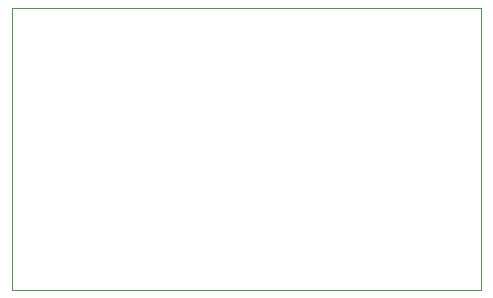
<source format=gbr>
G04 #@! TF.FileFunction,Legend,Bot*
%FSLAX46Y46*%
G04 Gerber Fmt 4.6, Leading zero omitted, Abs format (unit mm)*
G04 Created by KiCad (PCBNEW (2015-04-17 BZR 5609)-product) date 2015-04-27 23:38:20*
%MOMM*%
G01*
G04 APERTURE LIST*
%ADD10C,0.100000*%
G04 APERTURE END LIST*
D10*
X134950000Y-117530000D02*
X134950000Y-93600000D01*
X174630000Y-117530000D02*
X174630000Y-93600000D01*
X174630000Y-117530000D02*
X134950000Y-117530000D01*
X174630000Y-93600000D02*
X134950000Y-93600000D01*
M02*

</source>
